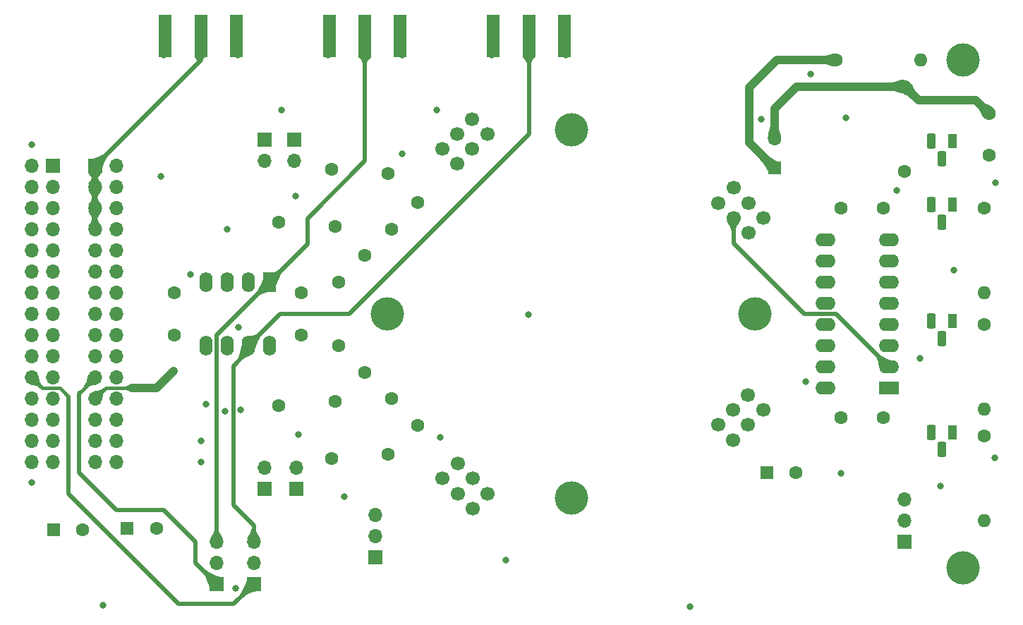
<source format=gbl>
G04 #@! TF.GenerationSoftware,KiCad,Pcbnew,7.0.6*
G04 #@! TF.CreationDate,2024-05-07T04:30:38+03:00*
G04 #@! TF.ProjectId,board-main,626f6172-642d-46d6-9169-6e2e6b696361,rev?*
G04 #@! TF.SameCoordinates,Original*
G04 #@! TF.FileFunction,Copper,L4,Bot*
G04 #@! TF.FilePolarity,Positive*
%FSLAX46Y46*%
G04 Gerber Fmt 4.6, Leading zero omitted, Abs format (unit mm)*
G04 Created by KiCad (PCBNEW 7.0.6) date 2024-05-07 04:30:38*
%MOMM*%
%LPD*%
G01*
G04 APERTURE LIST*
G04 Aperture macros list*
%AMRoundRect*
0 Rectangle with rounded corners*
0 $1 Rounding radius*
0 $2 $3 $4 $5 $6 $7 $8 $9 X,Y pos of 4 corners*
0 Add a 4 corners polygon primitive as box body*
4,1,4,$2,$3,$4,$5,$6,$7,$8,$9,$2,$3,0*
0 Add four circle primitives for the rounded corners*
1,1,$1+$1,$2,$3*
1,1,$1+$1,$4,$5*
1,1,$1+$1,$6,$7*
1,1,$1+$1,$8,$9*
0 Add four rect primitives between the rounded corners*
20,1,$1+$1,$2,$3,$4,$5,0*
20,1,$1+$1,$4,$5,$6,$7,0*
20,1,$1+$1,$6,$7,$8,$9,0*
20,1,$1+$1,$8,$9,$2,$3,0*%
%AMHorizOval*
0 Thick line with rounded ends*
0 $1 width*
0 $2 $3 position (X,Y) of the first rounded end (center of the circle)*
0 $4 $5 position (X,Y) of the second rounded end (center of the circle)*
0 Add line between two ends*
20,1,$1,$2,$3,$4,$5,0*
0 Add two circle primitives to create the rounded ends*
1,1,$1,$2,$3*
1,1,$1,$4,$5*%
G04 Aperture macros list end*
G04 #@! TA.AperFunction,ComponentPad*
%ADD10C,1.600000*%
G04 #@! TD*
G04 #@! TA.AperFunction,ComponentPad*
%ADD11R,1.600000X1.600000*%
G04 #@! TD*
G04 #@! TA.AperFunction,ComponentPad*
%ADD12R,1.600000X2.400000*%
G04 #@! TD*
G04 #@! TA.AperFunction,ComponentPad*
%ADD13O,1.600000X2.400000*%
G04 #@! TD*
G04 #@! TA.AperFunction,ComponentPad*
%ADD14HorizOval,1.600000X0.000000X0.000000X0.000000X0.000000X0*%
G04 #@! TD*
G04 #@! TA.AperFunction,ComponentPad*
%ADD15R,1.700000X1.700000*%
G04 #@! TD*
G04 #@! TA.AperFunction,ComponentPad*
%ADD16O,1.700000X1.700000*%
G04 #@! TD*
G04 #@! TA.AperFunction,ComponentPad*
%ADD17C,1.700000*%
G04 #@! TD*
G04 #@! TA.AperFunction,ComponentPad*
%ADD18C,4.000000*%
G04 #@! TD*
G04 #@! TA.AperFunction,ComponentPad*
%ADD19R,2.400000X1.600000*%
G04 #@! TD*
G04 #@! TA.AperFunction,ComponentPad*
%ADD20O,2.400000X1.600000*%
G04 #@! TD*
G04 #@! TA.AperFunction,ComponentPad*
%ADD21O,1.600000X1.600000*%
G04 #@! TD*
G04 #@! TA.AperFunction,ComponentPad*
%ADD22R,1.100000X1.800000*%
G04 #@! TD*
G04 #@! TA.AperFunction,ComponentPad*
%ADD23RoundRect,0.275000X0.275000X0.625000X-0.275000X0.625000X-0.275000X-0.625000X0.275000X-0.625000X0*%
G04 #@! TD*
G04 #@! TA.AperFunction,ComponentPad*
%ADD24HorizOval,1.600000X0.000000X0.000000X0.000000X0.000000X0*%
G04 #@! TD*
G04 #@! TA.AperFunction,SMDPad,CuDef*
%ADD25R,1.500000X5.080000*%
G04 #@! TD*
G04 #@! TA.AperFunction,ViaPad*
%ADD26C,1.000000*%
G04 #@! TD*
G04 #@! TA.AperFunction,ViaPad*
%ADD27C,0.800000*%
G04 #@! TD*
G04 #@! TA.AperFunction,Conductor*
%ADD28C,0.500000*%
G04 #@! TD*
G04 #@! TA.AperFunction,Conductor*
%ADD29C,1.000000*%
G04 #@! TD*
G04 #@! TA.AperFunction,Conductor*
%ADD30C,0.400000*%
G04 #@! TD*
G04 APERTURE END LIST*
D10*
X77109466Y-99420534D03*
X80645000Y-95885000D03*
D11*
X45766974Y-108321974D03*
D10*
X49266974Y-108321974D03*
D12*
X62855000Y-78750000D03*
D13*
X60315000Y-78750000D03*
X57775000Y-78750000D03*
X55235000Y-78750000D03*
X55235000Y-86370000D03*
X57775000Y-86370000D03*
X60315000Y-86370000D03*
X62855000Y-86370000D03*
D10*
X149225000Y-63500000D03*
X149225000Y-58500000D03*
X63935795Y-71555795D03*
D14*
X71120000Y-78740000D03*
D15*
X65840795Y-61595000D03*
D16*
X65840795Y-64135000D03*
D10*
X70282855Y-65188434D03*
D14*
X77467060Y-72372639D03*
D11*
X123444000Y-65024000D03*
D10*
X123444000Y-61524000D03*
D15*
X36825000Y-64775000D03*
D16*
X34285000Y-64775000D03*
X36825000Y-67315000D03*
X34285000Y-67315000D03*
X36825000Y-69855000D03*
X34285000Y-69855000D03*
X36825000Y-72395000D03*
X34285000Y-72395000D03*
X36825000Y-74935000D03*
X34285000Y-74935000D03*
X36825000Y-77475000D03*
X34285000Y-77475000D03*
X36825000Y-80015000D03*
X34285000Y-80015000D03*
X36825000Y-82555000D03*
X34285000Y-82555000D03*
X36825000Y-85095000D03*
X34285000Y-85095000D03*
X36825000Y-87635000D03*
X34285000Y-87635000D03*
X36825000Y-90175000D03*
X34285000Y-90175000D03*
X36825000Y-92715000D03*
X34285000Y-92715000D03*
X36825000Y-95255000D03*
X34285000Y-95255000D03*
X36825000Y-97795000D03*
X34285000Y-97795000D03*
X36825000Y-100335000D03*
X34285000Y-100335000D03*
D10*
X136471680Y-69850000D03*
X131471680Y-69850000D03*
D15*
X66040000Y-103505000D03*
D16*
X66040000Y-100965000D03*
D10*
X51435000Y-85050000D03*
X51435000Y-80050000D03*
D17*
X85418946Y-100521929D03*
X83622895Y-102317980D03*
X87214997Y-102317980D03*
X85418946Y-104114031D03*
X89011048Y-104114031D03*
X87214997Y-105910082D03*
D15*
X41905000Y-64775000D03*
D16*
X44445000Y-64775000D03*
X41905000Y-67315000D03*
X44445000Y-67315000D03*
X41905000Y-69855000D03*
X44445000Y-69855000D03*
X41905000Y-72395000D03*
X44445000Y-72395000D03*
X41905000Y-74935000D03*
X44445000Y-74935000D03*
X41905000Y-77475000D03*
X44445000Y-77475000D03*
X41905000Y-80015000D03*
X44445000Y-80015000D03*
X41905000Y-82555000D03*
X44445000Y-82555000D03*
X41905000Y-85095000D03*
X44445000Y-85095000D03*
X41905000Y-87635000D03*
X44445000Y-87635000D03*
X41905000Y-90175000D03*
X44445000Y-90175000D03*
X41905000Y-92715000D03*
X44445000Y-92715000D03*
X41905000Y-95255000D03*
X44445000Y-95255000D03*
X41905000Y-97795000D03*
X44445000Y-97795000D03*
X41905000Y-100335000D03*
X44445000Y-100335000D03*
D18*
X146050000Y-52070000D03*
D19*
X137205062Y-91440000D03*
D20*
X137205062Y-88900000D03*
X137205062Y-86360000D03*
X137205062Y-83820000D03*
X137205062Y-81280000D03*
X137205062Y-78740000D03*
X137205062Y-76200000D03*
X137205062Y-73660000D03*
X129585062Y-73660000D03*
X129585062Y-76200000D03*
X129585062Y-78740000D03*
X129585062Y-81280000D03*
X129585062Y-83820000D03*
X129585062Y-86360000D03*
X129585062Y-88900000D03*
X129585062Y-91440000D03*
D10*
X148590000Y-83820000D03*
D21*
X148590000Y-93980000D03*
D22*
X144780000Y-96755000D03*
D23*
X143510000Y-98825000D03*
X142240000Y-96755000D03*
D17*
X122118533Y-71011052D03*
X120322482Y-72807103D03*
X118526430Y-71011052D03*
X116730379Y-69215000D03*
X120322482Y-69215000D03*
X118526430Y-67418949D03*
D18*
X99060000Y-104611732D03*
X76998268Y-82550000D03*
X99060000Y-60488268D03*
X121121732Y-82550000D03*
D10*
X139065000Y-65405001D03*
D21*
X139065000Y-55245001D03*
D10*
X130810000Y-52070000D03*
D21*
X140970000Y-52070000D03*
D15*
X60960000Y-114934999D03*
D16*
X60960000Y-112394999D03*
X60960000Y-109854999D03*
D22*
X144780000Y-83420000D03*
D23*
X143510000Y-85490000D03*
X142240000Y-83420000D03*
D10*
X70759466Y-93070534D03*
X74295000Y-89535000D03*
D17*
X88990291Y-60960707D03*
X87194240Y-59164656D03*
X87194240Y-62756758D03*
X85398189Y-60960707D03*
X85398189Y-64552809D03*
X83602138Y-62756758D03*
D10*
X70285795Y-99894205D03*
D24*
X77470000Y-92710000D03*
D22*
X144780000Y-69450000D03*
D23*
X143510000Y-71520000D03*
X142240000Y-69450000D03*
D22*
X144780000Y-61830000D03*
D23*
X143510000Y-63900000D03*
X142240000Y-61830000D03*
D15*
X75565000Y-111760000D03*
D16*
X75565000Y-109220000D03*
X75565000Y-106680000D03*
D10*
X63935795Y-93544205D03*
D24*
X71120000Y-86360000D03*
D17*
X118490022Y-97677615D03*
X116693971Y-95881564D03*
X118490022Y-94085512D03*
X120286074Y-92289461D03*
X120286074Y-95881564D03*
X122082125Y-94085512D03*
D15*
X62230000Y-103505000D03*
D16*
X62230000Y-100965000D03*
D11*
X36957000Y-108458000D03*
D10*
X40457000Y-108458000D03*
X66675000Y-85050000D03*
X66675000Y-80050000D03*
X148590000Y-69850001D03*
D21*
X148590000Y-80010001D03*
D10*
X148590000Y-97155000D03*
D21*
X148590000Y-107315000D03*
D15*
X62230000Y-61595000D03*
D16*
X62230000Y-64135000D03*
D10*
X70758958Y-72024002D03*
X74294492Y-75559536D03*
D11*
X122555000Y-101600000D03*
D10*
X126055000Y-101600000D03*
D15*
X56515000Y-114935000D03*
D16*
X56515000Y-112395000D03*
X56515000Y-109855000D03*
D15*
X139065000Y-109855000D03*
D16*
X139065000Y-107315000D03*
X139065000Y-104775000D03*
D18*
X146050000Y-113030000D03*
D10*
X77115869Y-65665869D03*
X80651403Y-69201403D03*
X131471680Y-94996000D03*
X136471680Y-94996000D03*
D25*
X54610000Y-49177500D03*
X50360000Y-49177500D03*
X58860000Y-49177500D03*
X93980000Y-49177500D03*
X89730000Y-49177500D03*
X98230000Y-49177500D03*
X74295000Y-49177500D03*
X70045000Y-49177500D03*
X78545000Y-49177500D03*
D26*
X51308000Y-89408000D03*
D27*
X59055000Y-51435000D03*
X55245000Y-93345000D03*
X54610000Y-97790000D03*
X132000000Y-59000000D03*
X49800000Y-66000000D03*
X69850000Y-51435000D03*
X149900000Y-99800000D03*
X82900000Y-58100000D03*
X83300000Y-97400000D03*
X71800000Y-104500000D03*
X57500000Y-94200000D03*
X34300000Y-102800000D03*
X145000000Y-77300000D03*
X53400000Y-77800000D03*
X54610000Y-100330000D03*
X66300000Y-97000000D03*
X58800000Y-115500000D03*
X34300000Y-62200000D03*
X138100000Y-67700000D03*
X42900000Y-117500000D03*
X143400000Y-103200000D03*
X127200000Y-90700000D03*
X98425000Y-51435000D03*
X91200000Y-112100000D03*
X66000000Y-68400000D03*
X131400000Y-101700000D03*
X127800000Y-53800000D03*
X64300000Y-58100000D03*
X59350000Y-94100000D03*
X89535000Y-51435000D03*
X57785000Y-72390000D03*
X113300000Y-117700000D03*
X150000000Y-66800000D03*
X50165000Y-51435000D03*
X140900000Y-87900000D03*
X93900000Y-82600000D03*
X59100000Y-84200000D03*
X78740000Y-51435000D03*
X121900000Y-59200000D03*
X78800000Y-63300000D03*
D28*
X74295000Y-64205000D02*
X74295000Y-48542500D01*
X62855000Y-78750000D02*
X67400000Y-74205000D01*
X67400000Y-71100000D02*
X74295000Y-64205000D01*
X56515000Y-85090000D02*
X62855000Y-78750000D01*
X56515000Y-109220001D02*
X56515000Y-85090000D01*
X67400000Y-74205000D02*
X67400000Y-71100000D01*
D29*
X123698000Y-52070000D02*
X130810000Y-52070000D01*
X120396000Y-61976000D02*
X123444000Y-65024000D01*
X120396000Y-55372000D02*
X123698000Y-52070000D01*
X46355000Y-91440000D02*
X49276000Y-91440000D01*
X49276000Y-91440000D02*
X51308000Y-89408000D01*
X120396000Y-61976000D02*
X120396000Y-55372000D01*
D30*
X41905000Y-92715000D02*
X43180000Y-91440000D01*
X46355000Y-91440000D02*
X43180000Y-91440000D01*
D28*
X127000000Y-82550000D02*
X118526430Y-74076430D01*
X130855062Y-82550000D02*
X127000000Y-82550000D01*
X118526430Y-74076430D02*
X118526430Y-71011052D01*
X137205062Y-88900000D02*
X130855062Y-82550000D01*
X54610000Y-48542500D02*
X54610000Y-52070000D01*
X41905000Y-67315000D02*
X41905000Y-64775000D01*
X54610000Y-52070000D02*
X41905000Y-64775000D01*
X41905000Y-69855000D02*
X41905000Y-67315000D01*
X41905000Y-72395000D02*
X41905000Y-69855000D01*
X93980000Y-60960000D02*
X72390000Y-82550000D01*
X64135000Y-82550000D02*
X72390000Y-82550000D01*
X58500000Y-105490000D02*
X58500000Y-88800000D01*
X60960000Y-107950000D02*
X58500000Y-105490000D01*
X60960000Y-109854999D02*
X60960000Y-107950000D01*
X60315000Y-86370000D02*
X64135000Y-82550000D01*
X58500000Y-88800000D02*
X60315000Y-86985000D01*
X93980000Y-48542500D02*
X93980000Y-60960000D01*
X40005000Y-101600000D02*
X44450000Y-106045000D01*
D30*
X41905000Y-90175000D02*
X40005000Y-92075000D01*
D28*
X53975000Y-109855000D02*
X53975000Y-112395000D01*
X50165000Y-106045000D02*
X53975000Y-109855000D01*
X53975000Y-112395000D02*
X56515000Y-114935000D01*
X40005000Y-92075000D02*
X40005000Y-101600000D01*
X44450000Y-106045000D02*
X50165000Y-106045000D01*
D30*
X35560000Y-91450000D02*
X37729000Y-91450000D01*
X34285000Y-90175000D02*
X35560000Y-91450000D01*
D28*
X51943000Y-117348000D02*
X58546999Y-117348000D01*
X38735000Y-104140000D02*
X51943000Y-117348000D01*
X58546999Y-117348000D02*
X60960000Y-114934999D01*
D30*
X37729000Y-91450000D02*
X38735000Y-92456000D01*
D28*
X38735000Y-92456000D02*
X38735000Y-104140000D01*
D29*
X139065000Y-55245001D02*
X126110999Y-55245001D01*
X123444000Y-57912000D02*
X123444000Y-61524000D01*
X140715999Y-56896000D02*
X139065000Y-55245001D01*
X149225000Y-58500000D02*
X147621000Y-56896000D01*
X147621000Y-56896000D02*
X140715999Y-56896000D01*
X126110999Y-55245001D02*
X123444000Y-57912000D01*
G04 #@! TA.AperFunction,Conductor*
G36*
X41913267Y-64782277D02*
G01*
X42746273Y-65616263D01*
X42749695Y-65624537D01*
X42746263Y-65632808D01*
X42745805Y-65633242D01*
X42634998Y-65732574D01*
X42634989Y-65732583D01*
X42515007Y-65871350D01*
X42515006Y-65871352D01*
X42515000Y-65871361D01*
X42395000Y-66041361D01*
X42275000Y-66242574D01*
X42158270Y-66468667D01*
X42151430Y-66474447D01*
X42147874Y-66475000D01*
X41662126Y-66475000D01*
X41653853Y-66471573D01*
X41651730Y-66468667D01*
X41535000Y-66242574D01*
X41415000Y-66041361D01*
X41295000Y-65871361D01*
X41294996Y-65871356D01*
X41294993Y-65871352D01*
X41294992Y-65871350D01*
X41175010Y-65732583D01*
X41175001Y-65732574D01*
X41064194Y-65633242D01*
X41060321Y-65625168D01*
X41063292Y-65616720D01*
X41063693Y-65616295D01*
X41896723Y-64782285D01*
X41904992Y-64778855D01*
X41913267Y-64782277D01*
G37*
G04 #@! TD.AperFunction*
G04 #@! TA.AperFunction,Conductor*
G36*
X46168151Y-90988873D02*
G01*
X46168331Y-90989284D01*
X46354127Y-91435503D01*
X46354144Y-91444457D01*
X46354127Y-91444497D01*
X46168331Y-91890715D01*
X46161987Y-91897036D01*
X46153033Y-91897019D01*
X46152622Y-91896839D01*
X45969718Y-91812307D01*
X45969440Y-91812169D01*
X45831784Y-91739474D01*
X45710164Y-91685359D01*
X45564610Y-91651627D01*
X45366052Y-91640613D01*
X45357981Y-91636733D01*
X45355000Y-91628931D01*
X45355000Y-91251068D01*
X45358427Y-91242795D01*
X45366049Y-91239387D01*
X45564609Y-91228372D01*
X45710166Y-91194638D01*
X45831784Y-91140525D01*
X45969451Y-91067823D01*
X45969693Y-91067703D01*
X46152623Y-90983159D01*
X46161569Y-90982800D01*
X46168151Y-90988873D01*
G37*
G04 #@! TD.AperFunction*
G04 #@! TA.AperFunction,Conductor*
G36*
X55248776Y-113312808D02*
G01*
X55566000Y-113534743D01*
X55566004Y-113534745D01*
X55566005Y-113534746D01*
X55891274Y-113726309D01*
X56216543Y-113881873D01*
X56541812Y-114001436D01*
X56541821Y-114001438D01*
X56541823Y-114001439D01*
X56607457Y-114018300D01*
X56854038Y-114081648D01*
X56861198Y-114087026D01*
X56862458Y-114095891D01*
X56861940Y-114097447D01*
X56517562Y-114931215D01*
X56511236Y-114937553D01*
X56511215Y-114937562D01*
X55676016Y-115282531D01*
X55667061Y-115282522D01*
X55660735Y-115276184D01*
X55660654Y-115275983D01*
X55509436Y-114889812D01*
X55353873Y-114528543D01*
X55198306Y-114203267D01*
X55042750Y-113914013D01*
X55042746Y-113914005D01*
X54927459Y-113726309D01*
X54892015Y-113668602D01*
X54890605Y-113659759D01*
X54893710Y-113654208D01*
X55233797Y-113314121D01*
X55242069Y-113310695D01*
X55248776Y-113312808D01*
G37*
G04 #@! TD.AperFunction*
G04 #@! TA.AperFunction,Conductor*
G36*
X61436147Y-84907971D02*
G01*
X61776911Y-85248735D01*
X61780338Y-85257008D01*
X61778676Y-85263019D01*
X61649686Y-85478434D01*
X61516013Y-85734671D01*
X61382345Y-86023897D01*
X61248672Y-86346133D01*
X61119252Y-86690067D01*
X61113131Y-86696603D01*
X61104181Y-86696896D01*
X61103836Y-86696760D01*
X60321914Y-86373854D01*
X60315575Y-86367529D01*
X60314694Y-86362471D01*
X60345285Y-85734661D01*
X60371675Y-85193037D01*
X60375500Y-85184941D01*
X60383894Y-85181919D01*
X60583756Y-85191072D01*
X60795270Y-85167939D01*
X61006783Y-85111989D01*
X61218297Y-85023221D01*
X61422043Y-84906099D01*
X61430924Y-84904948D01*
X61436147Y-84907971D01*
G37*
G04 #@! TD.AperFunction*
G04 #@! TA.AperFunction,Conductor*
G36*
X54619000Y-49219207D02*
G01*
X54620178Y-49222419D01*
X55136664Y-51710504D01*
X55134990Y-51719301D01*
X55132556Y-51721987D01*
X55011635Y-51819569D01*
X54885152Y-51951638D01*
X54758669Y-52113709D01*
X54632181Y-52305786D01*
X54513294Y-52514521D01*
X54506221Y-52520013D01*
X54497336Y-52518897D01*
X54494854Y-52517003D01*
X54153589Y-52175738D01*
X54151280Y-52172456D01*
X54093712Y-52050390D01*
X54071789Y-52010011D01*
X54035289Y-51942778D01*
X53976859Y-51851419D01*
X53976854Y-51851413D01*
X53976851Y-51851408D01*
X53918430Y-51776327D01*
X53864882Y-51722415D01*
X53861483Y-51714130D01*
X53861963Y-51710855D01*
X53862067Y-51710504D01*
X54597503Y-49221480D01*
X54603132Y-49214519D01*
X54612037Y-49213577D01*
X54619000Y-49219207D01*
G37*
G04 #@! TD.AperFunction*
G04 #@! TA.AperFunction,Conductor*
G36*
X42152463Y-70698427D02*
G01*
X42155853Y-70705776D01*
X42183571Y-71055796D01*
X42262125Y-71301283D01*
X42262129Y-71301292D01*
X42379928Y-71503854D01*
X42526070Y-71735617D01*
X42526372Y-71736158D01*
X42684801Y-72058535D01*
X42685375Y-72067471D01*
X42679461Y-72074195D01*
X42678790Y-72074500D01*
X41909488Y-72394134D01*
X41900533Y-72394143D01*
X41900510Y-72394134D01*
X41131210Y-72074500D01*
X41124885Y-72068161D01*
X41124894Y-72059206D01*
X41125198Y-72058535D01*
X41283630Y-71736151D01*
X41283928Y-71735617D01*
X41430071Y-71503854D01*
X41547871Y-71301290D01*
X41626427Y-71055798D01*
X41654146Y-70705776D01*
X41658216Y-70697800D01*
X41665810Y-70695000D01*
X42144190Y-70695000D01*
X42152463Y-70698427D01*
G37*
G04 #@! TD.AperFunction*
G04 #@! TA.AperFunction,Conductor*
G36*
X61207463Y-108158426D02*
G01*
X61210853Y-108165775D01*
X61238571Y-108515795D01*
X61317125Y-108761282D01*
X61317129Y-108761291D01*
X61434928Y-108963853D01*
X61581070Y-109195616D01*
X61581372Y-109196157D01*
X61739801Y-109518534D01*
X61740375Y-109527470D01*
X61734461Y-109534194D01*
X61733790Y-109534499D01*
X60964488Y-109854133D01*
X60955533Y-109854142D01*
X60955510Y-109854133D01*
X60186210Y-109534499D01*
X60179885Y-109528160D01*
X60179894Y-109519205D01*
X60180198Y-109518534D01*
X60338630Y-109196150D01*
X60338928Y-109195616D01*
X60485071Y-108963853D01*
X60602871Y-108761289D01*
X60681427Y-108515797D01*
X60709146Y-108165775D01*
X60713216Y-108157799D01*
X60720810Y-108154999D01*
X61199190Y-108154999D01*
X61207463Y-108158426D01*
G37*
G04 #@! TD.AperFunction*
G04 #@! TA.AperFunction,Conductor*
G36*
X118530914Y-71011915D02*
G01*
X119300220Y-71331551D01*
X119306545Y-71337890D01*
X119306536Y-71346845D01*
X119306231Y-71347516D01*
X119147802Y-71669892D01*
X119147500Y-71670433D01*
X119001358Y-71902196D01*
X118883559Y-72104758D01*
X118883555Y-72104767D01*
X118805001Y-72350254D01*
X118777283Y-72700276D01*
X118773214Y-72708252D01*
X118765620Y-72711052D01*
X118287240Y-72711052D01*
X118278967Y-72707625D01*
X118275577Y-72700276D01*
X118247857Y-72350254D01*
X118169303Y-72104767D01*
X118169302Y-72104766D01*
X118169301Y-72104761D01*
X118051501Y-71902196D01*
X117905358Y-71670433D01*
X117905060Y-71669899D01*
X117746628Y-71347516D01*
X117746055Y-71338580D01*
X117751969Y-71331855D01*
X117752624Y-71331557D01*
X118521941Y-71011916D01*
X118530896Y-71011908D01*
X118530914Y-71011915D01*
G37*
G04 #@! TD.AperFunction*
G04 #@! TA.AperFunction,Conductor*
G36*
X42152463Y-65618427D02*
G01*
X42155853Y-65625776D01*
X42183571Y-65975796D01*
X42262125Y-66221283D01*
X42262129Y-66221292D01*
X42379928Y-66423854D01*
X42526070Y-66655617D01*
X42526372Y-66656158D01*
X42684801Y-66978535D01*
X42685375Y-66987471D01*
X42679461Y-66994195D01*
X42678790Y-66994500D01*
X41909488Y-67314134D01*
X41900533Y-67314143D01*
X41900510Y-67314134D01*
X41131210Y-66994500D01*
X41124885Y-66988161D01*
X41124894Y-66979206D01*
X41125198Y-66978535D01*
X41283630Y-66656151D01*
X41283928Y-66655617D01*
X41430071Y-66423854D01*
X41547871Y-66221290D01*
X41626427Y-65975798D01*
X41654146Y-65625776D01*
X41658216Y-65617800D01*
X41665810Y-65615000D01*
X42144190Y-65615000D01*
X42152463Y-65618427D01*
G37*
G04 #@! TD.AperFunction*
G04 #@! TA.AperFunction,Conductor*
G36*
X59527289Y-86146052D02*
G01*
X60308783Y-86367332D01*
X60315809Y-86372883D01*
X60317080Y-86376357D01*
X60538355Y-87514714D01*
X60536570Y-87523489D01*
X60530171Y-87528171D01*
X60330168Y-87586985D01*
X60330159Y-87586989D01*
X60119952Y-87681802D01*
X59909731Y-87809622D01*
X59909730Y-87809623D01*
X59909728Y-87809625D01*
X59720892Y-87954085D01*
X59699505Y-87970447D01*
X59497549Y-88156648D01*
X59489143Y-88159736D01*
X59481345Y-88156319D01*
X59140592Y-87815566D01*
X59137165Y-87807293D01*
X59137607Y-87804106D01*
X59211588Y-87543082D01*
X59287441Y-87242455D01*
X59363294Y-86908827D01*
X59439147Y-86542200D01*
X59512616Y-86155128D01*
X59517526Y-86147641D01*
X59526293Y-86145817D01*
X59527289Y-86146052D01*
G37*
G04 #@! TD.AperFunction*
G04 #@! TA.AperFunction,Conductor*
G36*
X35067586Y-89854545D02*
G01*
X35073911Y-89860884D01*
X35074216Y-89861712D01*
X35187300Y-90207815D01*
X35187488Y-90208553D01*
X35238152Y-90483597D01*
X35238152Y-90483598D01*
X35286143Y-90718375D01*
X35286144Y-90718378D01*
X35395043Y-90954928D01*
X35395044Y-90954929D01*
X35395045Y-90954931D01*
X35539098Y-91128152D01*
X35621678Y-91227453D01*
X35624333Y-91236005D01*
X35620955Y-91243207D01*
X35353207Y-91510955D01*
X35344934Y-91514382D01*
X35337453Y-91511678D01*
X35336584Y-91510955D01*
X35064931Y-91285045D01*
X35064929Y-91285044D01*
X35064928Y-91285043D01*
X34929280Y-91222595D01*
X34828379Y-91176144D01*
X34828376Y-91176143D01*
X34828375Y-91176143D01*
X34593598Y-91128152D01*
X34593597Y-91128151D01*
X34318553Y-91077488D01*
X34317815Y-91077300D01*
X33971715Y-90964217D01*
X33964917Y-90958392D01*
X33964229Y-90949463D01*
X33964529Y-90948648D01*
X34282438Y-90178783D01*
X34288759Y-90172448D01*
X35058632Y-89854536D01*
X35067586Y-89854545D01*
G37*
G04 #@! TD.AperFunction*
G04 #@! TA.AperFunction,Conductor*
G36*
X41131359Y-89854532D02*
G01*
X41901215Y-90172438D01*
X41907552Y-90178761D01*
X41907562Y-90178785D01*
X42225463Y-90948631D01*
X42225454Y-90957586D01*
X42219115Y-90963911D01*
X42218283Y-90964218D01*
X42070035Y-91012655D01*
X41872186Y-91077299D01*
X41871442Y-91077489D01*
X41596400Y-91128152D01*
X41361622Y-91176143D01*
X41361619Y-91176144D01*
X41125070Y-91285043D01*
X40852546Y-91511678D01*
X40843994Y-91514333D01*
X40836792Y-91510955D01*
X40569044Y-91243207D01*
X40565617Y-91234934D01*
X40568320Y-91227455D01*
X40794954Y-90954931D01*
X40903854Y-90718379D01*
X40951846Y-90483598D01*
X41002510Y-90208549D01*
X41002696Y-90207819D01*
X41115782Y-89861713D01*
X41121607Y-89854917D01*
X41130536Y-89854229D01*
X41131359Y-89854532D01*
G37*
G04 #@! TD.AperFunction*
G04 #@! TA.AperFunction,Conductor*
G36*
X42973207Y-91379044D02*
G01*
X43240955Y-91646792D01*
X43244382Y-91655065D01*
X43241678Y-91662546D01*
X43015043Y-91935070D01*
X42906144Y-92171618D01*
X42906144Y-92171619D01*
X42858152Y-92406400D01*
X42807489Y-92681442D01*
X42807299Y-92682190D01*
X42694218Y-93028283D01*
X42688392Y-93035082D01*
X42679463Y-93035770D01*
X42678631Y-93035463D01*
X41908785Y-92717562D01*
X41902447Y-92711238D01*
X41584536Y-91941367D01*
X41584545Y-91932413D01*
X41590884Y-91926088D01*
X41591689Y-91925790D01*
X41937819Y-91812696D01*
X41938549Y-91812510D01*
X42213598Y-91761846D01*
X42448379Y-91713854D01*
X42684931Y-91604954D01*
X42957454Y-91378320D01*
X42966005Y-91375666D01*
X42973207Y-91379044D01*
G37*
G04 #@! TD.AperFunction*
G04 #@! TA.AperFunction,Conductor*
G36*
X122440062Y-63311467D02*
G01*
X122700568Y-63524608D01*
X122700568Y-63524609D01*
X122969268Y-63726457D01*
X123237969Y-63910304D01*
X123506669Y-64076152D01*
X123735243Y-64201920D01*
X123766201Y-64218955D01*
X123771798Y-64225946D01*
X123771375Y-64233672D01*
X123446562Y-65020214D01*
X123440237Y-65026553D01*
X123440214Y-65026562D01*
X122653290Y-65351533D01*
X122644335Y-65351524D01*
X122638807Y-65346764D01*
X122460152Y-65050669D01*
X122276304Y-64763969D01*
X122092457Y-64495268D01*
X121908609Y-64244568D01*
X121731212Y-64020032D01*
X121728774Y-64011418D01*
X121732120Y-64004509D01*
X122424381Y-63312248D01*
X122432653Y-63308822D01*
X122440062Y-63311467D01*
G37*
G04 #@! TD.AperFunction*
G04 #@! TA.AperFunction,Conductor*
G36*
X130805921Y-51273755D02*
G01*
X130809980Y-51281737D01*
X130810015Y-51282630D01*
X130811000Y-52070000D01*
X130810015Y-52857369D01*
X130806578Y-52865637D01*
X130798300Y-52869054D01*
X130797407Y-52869019D01*
X130410252Y-52838883D01*
X130408151Y-52838525D01*
X130129852Y-52764468D01*
X130129320Y-52764299D01*
X129890417Y-52675603D01*
X129890410Y-52675601D01*
X129890407Y-52675600D01*
X129610815Y-52601200D01*
X129220792Y-52570840D01*
X129212810Y-52566781D01*
X129210000Y-52559175D01*
X129210000Y-51580824D01*
X129213427Y-51572551D01*
X129220789Y-51569160D01*
X129610815Y-51538800D01*
X129890407Y-51464400D01*
X130129343Y-51375692D01*
X130129852Y-51375531D01*
X130178369Y-51362620D01*
X130408160Y-51301472D01*
X130410242Y-51301117D01*
X130797407Y-51270980D01*
X130805921Y-51273755D01*
G37*
G04 #@! TD.AperFunction*
G04 #@! TA.AperFunction,Conductor*
G36*
X148455406Y-57022112D02*
G01*
X148752663Y-57276433D01*
X149002973Y-57421526D01*
X149234648Y-57527751D01*
X149235135Y-57528004D01*
X149484276Y-57672419D01*
X149486015Y-57673651D01*
X149781088Y-57926104D01*
X149785147Y-57934086D01*
X149782372Y-57942600D01*
X149781765Y-57943257D01*
X149225707Y-58500707D01*
X148668257Y-59056765D01*
X148659979Y-59060182D01*
X148651711Y-59056745D01*
X148651104Y-59056088D01*
X148398651Y-58761015D01*
X148397419Y-58759276D01*
X148253004Y-58510135D01*
X148252751Y-58509648D01*
X148146526Y-58277973D01*
X148001433Y-58027663D01*
X147747112Y-57730406D01*
X147744338Y-57721894D01*
X147747729Y-57714530D01*
X148439530Y-57022729D01*
X148447802Y-57019303D01*
X148455406Y-57022112D01*
G37*
G04 #@! TD.AperFunction*
G04 #@! TA.AperFunction,Conductor*
G36*
X74305277Y-49212235D02*
G01*
X74306221Y-49214516D01*
X75042984Y-51710671D01*
X75042040Y-51719576D01*
X75039862Y-51722427D01*
X74945004Y-51813410D01*
X74944999Y-51813416D01*
X74844999Y-51936374D01*
X74778334Y-52036372D01*
X74745002Y-52086373D01*
X74745001Y-52086374D01*
X74745001Y-52086373D01*
X74745000Y-52086375D01*
X74645000Y-52263416D01*
X74644998Y-52263421D01*
X74548209Y-52460948D01*
X74541492Y-52466870D01*
X74537703Y-52467500D01*
X74052296Y-52467500D01*
X74044023Y-52464073D01*
X74041790Y-52460948D01*
X73945001Y-52263421D01*
X73944999Y-52263416D01*
X73844999Y-52086375D01*
X73844998Y-52086373D01*
X73844998Y-52086374D01*
X73745000Y-51936375D01*
X73645000Y-51813416D01*
X73550137Y-51722427D01*
X73546539Y-51714227D01*
X73547014Y-51710674D01*
X74283779Y-49214515D01*
X74289407Y-49207551D01*
X74298312Y-49206607D01*
X74305277Y-49212235D01*
G37*
G04 #@! TD.AperFunction*
G04 #@! TA.AperFunction,Conductor*
G36*
X123941448Y-59927427D02*
G01*
X123944840Y-59934792D01*
X123975200Y-60324815D01*
X123975201Y-60324817D01*
X124049603Y-60604417D01*
X124049603Y-60604418D01*
X124138299Y-60843320D01*
X124138468Y-60843852D01*
X124212525Y-61122151D01*
X124212883Y-61124252D01*
X124243019Y-61511407D01*
X124240244Y-61519921D01*
X124232262Y-61523980D01*
X124231369Y-61524015D01*
X123444000Y-61525000D01*
X122656630Y-61524015D01*
X122648362Y-61520578D01*
X122644945Y-61512300D01*
X122644980Y-61511407D01*
X122675117Y-61124242D01*
X122675472Y-61122160D01*
X122749531Y-60843852D01*
X122749692Y-60843343D01*
X122838400Y-60604407D01*
X122912800Y-60324815D01*
X122943159Y-59934792D01*
X122947219Y-59926810D01*
X122954825Y-59924000D01*
X123933175Y-59924000D01*
X123941448Y-59927427D01*
G37*
G04 #@! TD.AperFunction*
G04 #@! TA.AperFunction,Conductor*
G36*
X42152463Y-68158427D02*
G01*
X42155853Y-68165776D01*
X42183571Y-68515796D01*
X42262125Y-68761283D01*
X42262129Y-68761292D01*
X42379928Y-68963854D01*
X42526070Y-69195617D01*
X42526372Y-69196158D01*
X42684801Y-69518535D01*
X42685375Y-69527471D01*
X42679461Y-69534195D01*
X42678790Y-69534500D01*
X41909488Y-69854134D01*
X41900533Y-69854143D01*
X41900510Y-69854134D01*
X41131210Y-69534500D01*
X41124885Y-69528161D01*
X41124894Y-69519206D01*
X41125198Y-69518535D01*
X41283630Y-69196151D01*
X41283928Y-69195617D01*
X41430071Y-68963854D01*
X41547871Y-68761290D01*
X41626427Y-68515798D01*
X41654146Y-68165776D01*
X41658216Y-68157800D01*
X41665810Y-68155000D01*
X42144190Y-68155000D01*
X42152463Y-68158427D01*
G37*
G04 #@! TD.AperFunction*
G04 #@! TA.AperFunction,Conductor*
G36*
X41909488Y-67315865D02*
G01*
X42169664Y-67423964D01*
X42678790Y-67635499D01*
X42685115Y-67641838D01*
X42685106Y-67650793D01*
X42684801Y-67651464D01*
X42526372Y-67973840D01*
X42526070Y-67974381D01*
X42379928Y-68206144D01*
X42262129Y-68408706D01*
X42262125Y-68408715D01*
X42183571Y-68654202D01*
X42155853Y-69004224D01*
X42151784Y-69012200D01*
X42144190Y-69015000D01*
X41665810Y-69015000D01*
X41657537Y-69011573D01*
X41654147Y-69004224D01*
X41626427Y-68654202D01*
X41547873Y-68408715D01*
X41547872Y-68408714D01*
X41547871Y-68408709D01*
X41430071Y-68206144D01*
X41283928Y-67974381D01*
X41283630Y-67973847D01*
X41125198Y-67651464D01*
X41124625Y-67642528D01*
X41130539Y-67635803D01*
X41131194Y-67635505D01*
X41900511Y-67315864D01*
X41909465Y-67315856D01*
X41909488Y-67315865D01*
G37*
G04 #@! TD.AperFunction*
G04 #@! TA.AperFunction,Conductor*
G36*
X56762463Y-108158427D02*
G01*
X56765853Y-108165776D01*
X56793571Y-108515796D01*
X56872125Y-108761283D01*
X56872129Y-108761292D01*
X56989928Y-108963854D01*
X57136070Y-109195617D01*
X57136372Y-109196158D01*
X57294801Y-109518535D01*
X57295375Y-109527471D01*
X57289461Y-109534195D01*
X57288790Y-109534500D01*
X56519489Y-109854134D01*
X56510534Y-109854143D01*
X56510511Y-109854134D01*
X55741210Y-109534500D01*
X55734885Y-109528161D01*
X55734894Y-109519206D01*
X55735198Y-109518535D01*
X55893630Y-109196151D01*
X55893928Y-109195617D01*
X56040071Y-108963854D01*
X56157871Y-108761290D01*
X56236427Y-108515798D01*
X56264146Y-108165776D01*
X56268216Y-108157800D01*
X56275810Y-108155000D01*
X56754190Y-108155000D01*
X56762463Y-108158427D01*
G37*
G04 #@! TD.AperFunction*
G04 #@! TA.AperFunction,Conductor*
G36*
X43186203Y-63154122D02*
G01*
X43526287Y-63494206D01*
X43529714Y-63502479D01*
X43527984Y-63508602D01*
X43492540Y-63566309D01*
X43377253Y-63754005D01*
X43377249Y-63754013D01*
X43221693Y-64043267D01*
X43066126Y-64368543D01*
X42910563Y-64729812D01*
X42759345Y-65115983D01*
X42753137Y-65122437D01*
X42744184Y-65122612D01*
X42743983Y-65122531D01*
X41908784Y-64777562D01*
X41902446Y-64771236D01*
X41558059Y-63937446D01*
X41558068Y-63928492D01*
X41564406Y-63922166D01*
X41565950Y-63921651D01*
X41878187Y-63841436D01*
X42203456Y-63721873D01*
X42528725Y-63566309D01*
X42853994Y-63374746D01*
X42853994Y-63374745D01*
X42853999Y-63374743D01*
X42999858Y-63272697D01*
X43171224Y-63152807D01*
X43179966Y-63150874D01*
X43186203Y-63154122D01*
G37*
G04 #@! TD.AperFunction*
G04 #@! TA.AperFunction,Conductor*
G36*
X139638288Y-54688255D02*
G01*
X139638895Y-54688912D01*
X139891346Y-54983984D01*
X139892578Y-54985723D01*
X140036993Y-55234863D01*
X140037250Y-55235359D01*
X140143467Y-55467016D01*
X140143475Y-55467032D01*
X140288561Y-55717331D01*
X140288562Y-55717333D01*
X140288564Y-55717335D01*
X140288565Y-55717337D01*
X140542886Y-56014593D01*
X140545661Y-56023106D01*
X140542269Y-56030471D01*
X139850470Y-56722270D01*
X139842197Y-56725697D01*
X139834592Y-56722887D01*
X139537336Y-56468566D01*
X139537334Y-56468565D01*
X139537332Y-56468563D01*
X139537330Y-56468562D01*
X139287031Y-56323476D01*
X139287015Y-56323468D01*
X139055358Y-56217251D01*
X139054862Y-56216994D01*
X138805722Y-56072579D01*
X138803983Y-56071347D01*
X138508911Y-55818896D01*
X138504852Y-55810914D01*
X138507627Y-55802400D01*
X138508212Y-55801765D01*
X139064293Y-55244294D01*
X139621744Y-54688233D01*
X139630020Y-54684818D01*
X139638288Y-54688255D01*
G37*
G04 #@! TD.AperFunction*
G04 #@! TA.AperFunction,Conductor*
G36*
X41909488Y-69855865D02*
G01*
X42169664Y-69963964D01*
X42678790Y-70175499D01*
X42685115Y-70181838D01*
X42685106Y-70190793D01*
X42684801Y-70191464D01*
X42526372Y-70513840D01*
X42526070Y-70514381D01*
X42379928Y-70746144D01*
X42262129Y-70948706D01*
X42262125Y-70948715D01*
X42183571Y-71194202D01*
X42155853Y-71544224D01*
X42151784Y-71552200D01*
X42144190Y-71555000D01*
X41665810Y-71555000D01*
X41657537Y-71551573D01*
X41654147Y-71544224D01*
X41626427Y-71194202D01*
X41547873Y-70948715D01*
X41547872Y-70948714D01*
X41547871Y-70948709D01*
X41430071Y-70746144D01*
X41283928Y-70514381D01*
X41283630Y-70513847D01*
X41125198Y-70191464D01*
X41124625Y-70182528D01*
X41130539Y-70175803D01*
X41131194Y-70175505D01*
X41900511Y-69855864D01*
X41909465Y-69855856D01*
X41909488Y-69855865D01*
G37*
G04 #@! TD.AperFunction*
G04 #@! TA.AperFunction,Conductor*
G36*
X60121012Y-114587465D02*
G01*
X60956216Y-114932437D01*
X60962553Y-114938762D01*
X60962562Y-114938783D01*
X61306940Y-115772551D01*
X61306931Y-115781506D01*
X61300593Y-115787832D01*
X61299037Y-115788350D01*
X60986823Y-115868558D01*
X60986812Y-115868561D01*
X60986812Y-115868562D01*
X60661543Y-115988125D01*
X60336274Y-116143689D01*
X60011005Y-116335252D01*
X60011000Y-116335255D01*
X59693776Y-116557190D01*
X59685033Y-116559124D01*
X59678796Y-116555876D01*
X59338712Y-116215792D01*
X59335285Y-116207519D01*
X59337015Y-116201396D01*
X59487746Y-115955993D01*
X59581582Y-115781506D01*
X59643306Y-115666731D01*
X59798873Y-115341455D01*
X59954436Y-114980186D01*
X60105654Y-114594015D01*
X60111862Y-114587561D01*
X60120815Y-114587386D01*
X60121012Y-114587465D01*
G37*
G04 #@! TD.AperFunction*
G04 #@! TA.AperFunction,Conductor*
G36*
X139060921Y-54448756D02*
G01*
X139064980Y-54456738D01*
X139065015Y-54457631D01*
X139066000Y-55245001D01*
X139065015Y-56032370D01*
X139061578Y-56040638D01*
X139053300Y-56044055D01*
X139052407Y-56044020D01*
X138665252Y-56013884D01*
X138663151Y-56013526D01*
X138384852Y-55939469D01*
X138384320Y-55939300D01*
X138145417Y-55850604D01*
X138145410Y-55850602D01*
X138145407Y-55850601D01*
X137865815Y-55776201D01*
X137475792Y-55745841D01*
X137467810Y-55741782D01*
X137465000Y-55734176D01*
X137465000Y-54755825D01*
X137468427Y-54747552D01*
X137475789Y-54744161D01*
X137865815Y-54713801D01*
X138145407Y-54639401D01*
X138384343Y-54550693D01*
X138384852Y-54550532D01*
X138433369Y-54537621D01*
X138663160Y-54476473D01*
X138665242Y-54476118D01*
X139052407Y-54445981D01*
X139060921Y-54448756D01*
G37*
G04 #@! TD.AperFunction*
G04 #@! TA.AperFunction,Conductor*
G36*
X40225066Y-91587959D02*
G01*
X40492040Y-91854933D01*
X40495467Y-91863206D01*
X40492379Y-91871126D01*
X40415721Y-91954473D01*
X40415718Y-91954476D01*
X40415716Y-91954479D01*
X40362386Y-92025346D01*
X40353492Y-92038565D01*
X40319448Y-92089170D01*
X40319269Y-92089422D01*
X40266207Y-92159933D01*
X40265839Y-92160376D01*
X40190002Y-92242833D01*
X40181879Y-92246603D01*
X40173470Y-92243525D01*
X40173150Y-92243219D01*
X40004293Y-92075707D01*
X39836779Y-91906848D01*
X39833385Y-91898561D01*
X39836845Y-91890302D01*
X39837093Y-91890064D01*
X39919630Y-91814150D01*
X39920058Y-91813796D01*
X39990575Y-91760729D01*
X39990827Y-91760550D01*
X40025618Y-91737144D01*
X40054652Y-91717613D01*
X40125519Y-91664283D01*
X40208874Y-91587619D01*
X40217282Y-91584542D01*
X40225066Y-91587959D01*
G37*
G04 #@! TD.AperFunction*
G04 #@! TA.AperFunction,Conductor*
G36*
X64050369Y-77213999D02*
G01*
X64390886Y-77554516D01*
X64394313Y-77562789D01*
X64392540Y-77568981D01*
X64248971Y-77799142D01*
X64248971Y-77799143D01*
X64100475Y-78070206D01*
X63951984Y-78374258D01*
X63803492Y-78711314D01*
X63659401Y-79070402D01*
X63653140Y-79076804D01*
X63644186Y-79076903D01*
X63644077Y-79076859D01*
X62861987Y-78753884D01*
X62855648Y-78747559D01*
X62854772Y-78742399D01*
X62923000Y-77560900D01*
X62926899Y-77552841D01*
X62934549Y-77549878D01*
X63147685Y-77547507D01*
X63371741Y-77512015D01*
X63595796Y-77443522D01*
X63819852Y-77342030D01*
X64036074Y-77212239D01*
X64044932Y-77210921D01*
X64050369Y-77213999D01*
G37*
G04 #@! TD.AperFunction*
G04 #@! TA.AperFunction,Conductor*
G36*
X62065879Y-78423123D02*
G01*
X62848012Y-78746115D01*
X62854351Y-78752440D01*
X62855227Y-78757604D01*
X62786999Y-79939097D01*
X62783100Y-79947158D01*
X62775448Y-79950121D01*
X62562318Y-79952491D01*
X62338258Y-79987984D01*
X62114205Y-80056476D01*
X62114202Y-80056477D01*
X62114203Y-80056477D01*
X61890147Y-80157969D01*
X61890145Y-80157970D01*
X61890141Y-80157972D01*
X61673926Y-80287759D01*
X61665069Y-80289079D01*
X61659631Y-80286001D01*
X61319113Y-79945483D01*
X61315686Y-79937210D01*
X61317458Y-79931019D01*
X61364134Y-79856191D01*
X61461028Y-79700857D01*
X61461028Y-79700856D01*
X61609524Y-79429793D01*
X61758015Y-79125741D01*
X61906507Y-78788685D01*
X61923589Y-78746115D01*
X62050600Y-78429594D01*
X62056859Y-78423195D01*
X62065813Y-78423096D01*
X62065879Y-78423123D01*
G37*
G04 #@! TD.AperFunction*
G04 #@! TA.AperFunction,Conductor*
G36*
X38531125Y-91968619D02*
G01*
X38614479Y-92045283D01*
X38685346Y-92098613D01*
X38704949Y-92111800D01*
X38749170Y-92141550D01*
X38749422Y-92141729D01*
X38819933Y-92194791D01*
X38820376Y-92195159D01*
X38902833Y-92270997D01*
X38906603Y-92279120D01*
X38903525Y-92287529D01*
X38903219Y-92287849D01*
X38735707Y-92456707D01*
X38566849Y-92624219D01*
X38558562Y-92627613D01*
X38550303Y-92624153D01*
X38549997Y-92623833D01*
X38474159Y-92541376D01*
X38473791Y-92540933D01*
X38420729Y-92470422D01*
X38420550Y-92470170D01*
X38390800Y-92425949D01*
X38377613Y-92406346D01*
X38324283Y-92335479D01*
X38247619Y-92252125D01*
X38244542Y-92243717D01*
X38247958Y-92235934D01*
X38514934Y-91968958D01*
X38523206Y-91965532D01*
X38531125Y-91968619D01*
G37*
G04 #@! TD.AperFunction*
G04 #@! TA.AperFunction,Conductor*
G36*
X93990277Y-49212235D02*
G01*
X93991221Y-49214516D01*
X94727984Y-51710671D01*
X94727040Y-51719576D01*
X94724862Y-51722427D01*
X94630004Y-51813410D01*
X94629999Y-51813416D01*
X94529999Y-51936374D01*
X94463334Y-52036372D01*
X94430002Y-52086373D01*
X94430001Y-52086374D01*
X94430001Y-52086373D01*
X94430000Y-52086375D01*
X94330000Y-52263416D01*
X94329998Y-52263421D01*
X94233209Y-52460948D01*
X94226492Y-52466870D01*
X94222703Y-52467500D01*
X93737296Y-52467500D01*
X93729023Y-52464073D01*
X93726790Y-52460948D01*
X93630001Y-52263421D01*
X93629999Y-52263416D01*
X93529999Y-52086375D01*
X93529998Y-52086373D01*
X93529998Y-52086374D01*
X93430000Y-51936375D01*
X93330000Y-51813416D01*
X93235137Y-51722427D01*
X93231539Y-51714227D01*
X93232014Y-51710674D01*
X93968779Y-49214515D01*
X93974407Y-49207551D01*
X93983312Y-49206607D01*
X93990277Y-49212235D01*
G37*
G04 #@! TD.AperFunction*
G04 #@! TA.AperFunction,Conductor*
G36*
X136098275Y-87437175D02*
G01*
X136254878Y-87545284D01*
X136379487Y-87631307D01*
X136594784Y-87755372D01*
X136668714Y-87797975D01*
X136668715Y-87797976D01*
X136668720Y-87797978D01*
X136668723Y-87797980D01*
X136957960Y-87931654D01*
X137247196Y-88032327D01*
X137247199Y-88032327D01*
X137247200Y-88032328D01*
X137523030Y-88096864D01*
X137530305Y-88102085D01*
X137531757Y-88110921D01*
X137531179Y-88112722D01*
X137208916Y-88893085D01*
X137202591Y-88899424D01*
X137197533Y-88900305D01*
X136025545Y-88843199D01*
X136017448Y-88839374D01*
X136014646Y-88833830D01*
X135960497Y-88565606D01*
X135904547Y-88321275D01*
X135848597Y-88109761D01*
X135848593Y-88109745D01*
X135848593Y-88109746D01*
X135792649Y-87931070D01*
X135739417Y-87792280D01*
X135739654Y-87783328D01*
X135742065Y-87779820D01*
X136083356Y-87438529D01*
X136091628Y-87435103D01*
X136098275Y-87437175D01*
G37*
G04 #@! TD.AperFunction*
M02*

</source>
